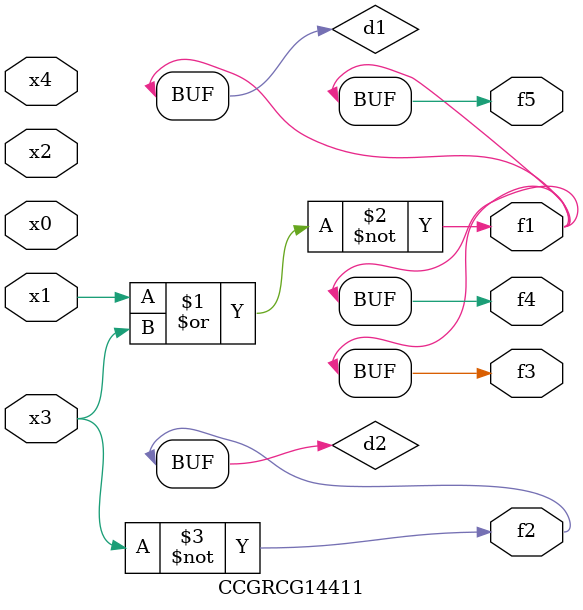
<source format=v>
module CCGRCG14411(
	input x0, x1, x2, x3, x4,
	output f1, f2, f3, f4, f5
);

	wire d1, d2;

	nor (d1, x1, x3);
	not (d2, x3);
	assign f1 = d1;
	assign f2 = d2;
	assign f3 = d1;
	assign f4 = d1;
	assign f5 = d1;
endmodule

</source>
